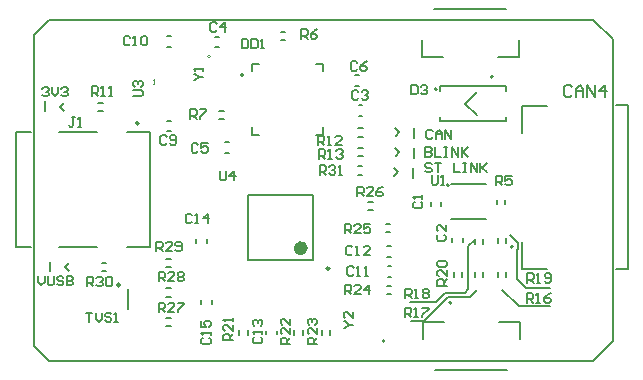
<source format=gto>
G04*
G04 #@! TF.GenerationSoftware,Altium Limited,Altium Designer,21.6.1 (37)*
G04*
G04 Layer_Color=65535*
%FSLAX44Y44*%
%MOMM*%
G71*
G04*
G04 #@! TF.SameCoordinates,80CD90C7-EF89-49D6-8F08-8DFBB554F116*
G04*
G04*
G04 #@! TF.FilePolarity,Positive*
G04*
G01*
G75*
%ADD10C,0.2000*%
%ADD11C,0.0000*%
%ADD12C,0.1524*%
%ADD13C,0.6000*%
%ADD14C,0.2500*%
%ADD15C,0.1270*%
%ADD16C,0.1800*%
D10*
X387000Y77750D02*
G03*
X387000Y77750I-1000J0D01*
G01*
X370000Y221750D02*
G03*
X370000Y221750I-1000J0D01*
G01*
X334750Y30250D02*
G03*
X334750Y30250I-1000J0D01*
G01*
X322500Y211000D02*
G03*
X322500Y211000I-1000J0D01*
G01*
X332720Y129970D02*
G03*
X332720Y129970I-1000J0D01*
G01*
X70350Y182500D02*
G03*
X70350Y182500I-1500J0D01*
G01*
X350500Y35250D02*
X356250Y41000D01*
X332000Y35250D02*
X350500D01*
X312000Y15250D02*
X332000Y35250D01*
X300750Y15250D02*
X312000D01*
X349250Y78000D02*
X354500Y83250D01*
X349250Y41750D02*
Y78000D01*
X346250Y38750D02*
X349250Y41750D01*
X329500Y38750D02*
X346250D01*
X321500Y30750D02*
X329500Y38750D01*
X300000Y30750D02*
X321500D01*
X377750Y41250D02*
X391750Y27250D01*
X418500D01*
X384500Y87500D02*
X391000Y81000D01*
Y76250D02*
Y81000D01*
X390500Y50250D02*
Y76000D01*
Y50250D02*
X398000Y42750D01*
X418000D01*
X455000Y270000D02*
X471750Y253250D01*
Y-2000D02*
Y253250D01*
X454500Y-19250D02*
X471750Y-2000D01*
X-6000Y-19250D02*
X454500D01*
X-19000Y-6250D02*
X-6000Y-19250D01*
X-19000Y-6250D02*
Y256750D01*
X-5750Y270000D01*
X455250Y270000D01*
X138000Y192750D02*
X142000D01*
X138000Y185750D02*
X142000D01*
X346500Y198750D02*
X356250Y208500D01*
X346500Y198750D02*
X356250Y189000D01*
X303500Y153250D02*
Y161500D01*
X287500Y154500D02*
X290750Y157750D01*
X287375Y161125D02*
X290750Y157750D01*
X255750Y154500D02*
X259750D01*
X255750Y161500D02*
X259750D01*
X255750Y171000D02*
X259750D01*
X255750Y178000D02*
X259750D01*
X303500Y170250D02*
Y178500D01*
X287500Y171500D02*
X290750Y174750D01*
X287375Y178125D02*
X290750Y174750D01*
X264250Y108750D02*
X268250D01*
X264250Y115750D02*
X268250D01*
X279250Y97000D02*
X283250D01*
X279250Y90000D02*
X283250D01*
X280000Y44500D02*
X284000D01*
X280000Y37500D02*
X284000D01*
X-9500Y192500D02*
Y200750D01*
X3250Y196250D02*
X6500Y199500D01*
X3250Y196250D02*
X6625Y192875D01*
X35750Y199750D02*
X39750D01*
X35750Y192750D02*
X39750D01*
X380500Y113750D02*
Y117750D01*
X373500Y113750D02*
Y117750D01*
X190250Y253000D02*
X194250D01*
X190250Y260000D02*
X194250D01*
X374250Y52500D02*
Y56500D01*
X381250Y52500D02*
Y56500D01*
X354500Y52000D02*
Y56000D01*
X361500Y52000D02*
Y56000D01*
X354500Y80500D02*
Y84500D01*
X361500Y80500D02*
Y84500D01*
X381000Y80750D02*
Y84750D01*
X374000Y80750D02*
Y84750D01*
X344000Y52000D02*
Y56000D01*
X337000Y52000D02*
Y56000D01*
X232250Y3250D02*
Y7250D01*
X225250Y3250D02*
Y7250D01*
X208917Y3250D02*
Y7250D01*
X201916Y3250D02*
Y7250D01*
X162250Y3250D02*
Y7250D01*
X155250Y3250D02*
Y7250D01*
X162250Y121500D02*
X217250D01*
X162250Y66500D02*
X217250D01*
X162250D02*
Y121500D01*
X217250Y66500D02*
Y121500D01*
X286125Y144125D02*
X289500Y140750D01*
X286250Y137500D02*
X289500Y140750D01*
X302250Y136250D02*
Y144500D01*
X255500Y145750D02*
X259500D01*
X255500Y138750D02*
X259500D01*
X93000Y67500D02*
X97000D01*
X93000Y60500D02*
X97000D01*
X38750Y57250D02*
X42750D01*
X38750Y64250D02*
X42750D01*
X8000Y60750D02*
X11375Y57375D01*
X8000Y60750D02*
X11250Y64000D01*
X-4750Y57000D02*
Y65250D01*
X93000Y42500D02*
X97000D01*
X93000Y35500D02*
X97000D01*
X93250Y17750D02*
X97250D01*
X93250Y10750D02*
X97250D01*
X61000Y25000D02*
Y42000D01*
Y25000D02*
Y42000D01*
X166000Y226750D02*
Y232750D01*
X172000D01*
X220000D02*
X226000D01*
Y226750D02*
Y232750D01*
X166000Y172750D02*
Y178750D01*
Y172750D02*
X172000D01*
X220000D02*
X226000D01*
Y178750D01*
D11*
X278770Y-2000D02*
G03*
X278770Y-2000I-1270J0D01*
G01*
X131020Y238750D02*
G03*
X131020Y238750I-1270J0D01*
G01*
D12*
X83307Y215222D02*
G03*
X83307Y218778I-2276J1778D01*
G01*
Y215222D02*
G03*
X83307Y218778I-2276J1778D01*
G01*
D13*
X210250Y76500D02*
G03*
X210250Y76500I-3000J0D01*
G01*
D14*
X231500Y59500D02*
G03*
X231500Y59500I-1250J0D01*
G01*
X54250Y45500D02*
G03*
X54250Y45500I-1250J0D01*
G01*
D15*
X158840Y223330D02*
G03*
X158840Y223330I-1270J0D01*
G01*
X94000Y175500D02*
X97000D01*
X94000Y184500D02*
X97000D01*
X395000Y196750D02*
X416000D01*
X395000Y174251D02*
Y196750D01*
X394500Y59250D02*
X415500D01*
X394500D02*
Y81750D01*
X474501Y58750D02*
X484000D01*
X483500Y197750D02*
X484000Y197250D01*
X474501Y197750D02*
X483500D01*
X484000Y58750D02*
Y197250D01*
X392251Y238250D02*
Y252450D01*
X374600Y238250D02*
X392251D01*
X309750D02*
Y252550D01*
Y238250D02*
X327400D01*
X320500Y278750D02*
X381400D01*
X310500Y-450D02*
Y13750D01*
X328150D01*
X393000Y-550D02*
Y13750D01*
X375350D02*
X393000D01*
X321350Y-26750D02*
X382250D01*
X324750Y184000D02*
Y187750D01*
Y184000D02*
X380750D01*
Y187750D01*
Y209750D02*
Y213500D01*
X324750D02*
X380750D01*
X324750Y209750D02*
Y213500D01*
X256500Y188500D02*
X259500D01*
X256500Y197500D02*
X259500D01*
X280500Y78250D02*
X283500D01*
X280500Y69250D02*
X283500D01*
X280750Y61500D02*
X283750D01*
X280750Y52500D02*
X283750D01*
X143250Y166250D02*
X146250D01*
X143250Y157250D02*
X146250D01*
X134750Y255750D02*
X137750D01*
X134750Y246750D02*
X137750D01*
X94000Y247250D02*
X97000D01*
X94000Y256250D02*
X97000D01*
X335500Y81750D02*
Y84750D01*
X344500Y81750D02*
Y84750D01*
X334500Y131000D02*
X364501D01*
X334500Y101000D02*
X364501D01*
X253250Y214250D02*
X256250D01*
X253250Y223250D02*
X256250D01*
X326250Y112500D02*
Y115500D01*
X317250Y112500D02*
Y115500D01*
X187083Y3750D02*
Y6750D01*
X178084Y3750D02*
Y6750D01*
X131750Y29500D02*
Y32500D01*
X122750Y29500D02*
Y32500D01*
X118750Y81000D02*
Y84000D01*
X127750Y81000D02*
Y84000D01*
X-33750Y77800D02*
X-21250D01*
X-33750D02*
Y174800D01*
X-21250D01*
X2250D02*
X34750D01*
X2250Y77800D02*
X34750D01*
X59750Y174800D02*
X79250D01*
X59750Y77800D02*
X79250D01*
Y174800D01*
D16*
X301000Y214747D02*
Y206750D01*
X304999D01*
X306332Y208083D01*
Y213415D01*
X304999Y214747D01*
X301000D01*
X308997Y213415D02*
X310330Y214747D01*
X312996D01*
X314329Y213415D01*
Y212082D01*
X312996Y210749D01*
X311663D01*
X312996D01*
X314329Y209416D01*
Y208083D01*
X312996Y206750D01*
X310330D01*
X308997Y208083D01*
X85000Y74000D02*
Y81997D01*
X88999D01*
X90332Y80665D01*
Y77999D01*
X88999Y76666D01*
X85000D01*
X87666D02*
X90332Y74000D01*
X98329D02*
X92997D01*
X98329Y79332D01*
Y80665D01*
X96996Y81997D01*
X94330D01*
X92997Y80665D01*
X100995Y75333D02*
X102328Y74000D01*
X104993D01*
X106326Y75333D01*
Y80665D01*
X104993Y81997D01*
X102328D01*
X100995Y80665D01*
Y79332D01*
X102328Y77999D01*
X106326D01*
X221000Y-4500D02*
X213003D01*
Y-501D01*
X214335Y832D01*
X217001D01*
X218334Y-501D01*
Y-4500D01*
Y-1834D02*
X221000Y832D01*
Y8829D02*
Y3497D01*
X215668Y8829D01*
X214335D01*
X213003Y7496D01*
Y4830D01*
X214335Y3497D01*
Y11495D02*
X213003Y12828D01*
Y15494D01*
X214335Y16826D01*
X215668D01*
X217001Y15494D01*
Y14161D01*
Y15494D01*
X218334Y16826D01*
X219667D01*
X221000Y15494D01*
Y12828D01*
X219667Y11495D01*
X198250Y-4500D02*
X190253D01*
Y-501D01*
X191586Y832D01*
X194251D01*
X195584Y-501D01*
Y-4500D01*
Y-1834D02*
X198250Y832D01*
Y8829D02*
Y3497D01*
X192918Y8829D01*
X191586D01*
X190253Y7496D01*
Y4830D01*
X191586Y3497D01*
X198250Y16826D02*
Y11495D01*
X192918Y16826D01*
X191586D01*
X190253Y15494D01*
Y12828D01*
X191586Y11495D01*
X243753Y9250D02*
X245086D01*
X247751Y11916D01*
X245086Y14582D01*
X243753D01*
X247751Y11916D02*
X251750D01*
Y22579D02*
Y17247D01*
X246418Y22579D01*
X245086D01*
X243753Y21246D01*
Y18580D01*
X245086Y17247D01*
X138750Y141997D02*
Y135333D01*
X140083Y134000D01*
X142749D01*
X144082Y135333D01*
Y141997D01*
X150746Y134000D02*
Y141997D01*
X146747Y137999D01*
X152079D01*
X25500Y21997D02*
X30832D01*
X28166D01*
Y14000D01*
X33497Y21997D02*
Y16666D01*
X36163Y14000D01*
X38829Y16666D01*
Y21997D01*
X46826Y20665D02*
X45494Y21997D01*
X42828D01*
X41495Y20665D01*
Y19332D01*
X42828Y17999D01*
X45494D01*
X46826Y16666D01*
Y15333D01*
X45494Y14000D01*
X42828D01*
X41495Y15333D01*
X49492Y14000D02*
X52158D01*
X50825D01*
Y21997D01*
X49492Y20665D01*
X149750Y-1500D02*
X141753D01*
Y2499D01*
X143085Y3832D01*
X145751D01*
X147084Y2499D01*
Y-1500D01*
Y1166D02*
X149750Y3832D01*
Y11829D02*
Y6497D01*
X144418Y11829D01*
X143085D01*
X141753Y10496D01*
Y7830D01*
X143085Y6497D01*
X149750Y14495D02*
Y17161D01*
Y15828D01*
X141753D01*
X143085Y14495D01*
X223250Y138750D02*
Y146747D01*
X227249D01*
X228582Y145414D01*
Y142749D01*
X227249Y141416D01*
X223250D01*
X225916D02*
X228582Y138750D01*
X231247Y145414D02*
X232580Y146747D01*
X235246D01*
X236579Y145414D01*
Y144082D01*
X235246Y142749D01*
X233913D01*
X235246D01*
X236579Y141416D01*
Y140083D01*
X235246Y138750D01*
X232580D01*
X231247Y140083D01*
X239245Y138750D02*
X241911D01*
X240578D01*
Y146747D01*
X239245Y145414D01*
X398750Y30500D02*
Y38497D01*
X402749D01*
X404082Y37164D01*
Y34499D01*
X402749Y33166D01*
X398750D01*
X401416D02*
X404082Y30500D01*
X406747D02*
X409413D01*
X408080D01*
Y38497D01*
X406747Y37164D01*
X418744Y38497D02*
X416078Y37164D01*
X413412Y34499D01*
Y31833D01*
X414745Y30500D01*
X417411D01*
X418744Y31833D01*
Y33166D01*
X417411Y34499D01*
X413412D01*
X295500Y18250D02*
Y26247D01*
X299499D01*
X300832Y24915D01*
Y22249D01*
X299499Y20916D01*
X295500D01*
X298166D02*
X300832Y18250D01*
X303497D02*
X306163D01*
X304830D01*
Y26247D01*
X303497Y24915D01*
X310162Y26247D02*
X315494D01*
Y24915D01*
X310162Y19583D01*
Y18250D01*
X295750Y34250D02*
Y42247D01*
X299749D01*
X301082Y40915D01*
Y38249D01*
X299749Y36916D01*
X295750D01*
X298416D02*
X301082Y34250D01*
X303747D02*
X306413D01*
X305080D01*
Y42247D01*
X303747Y40915D01*
X310412D02*
X311745Y42247D01*
X314411D01*
X315744Y40915D01*
Y39582D01*
X314411Y38249D01*
X315744Y36916D01*
Y35583D01*
X314411Y34250D01*
X311745D01*
X310412Y35583D01*
Y36916D01*
X311745Y38249D01*
X310412Y39582D01*
Y40915D01*
X311745Y38249D02*
X314411D01*
X331000Y44750D02*
X323003D01*
Y48749D01*
X324336Y50082D01*
X327001D01*
X328334Y48749D01*
Y44750D01*
Y47416D02*
X331000Y50082D01*
Y58079D02*
Y52747D01*
X325668Y58079D01*
X324336D01*
X323003Y56746D01*
Y54080D01*
X324336Y52747D01*
Y60745D02*
X323003Y62078D01*
Y64744D01*
X324336Y66076D01*
X329667D01*
X331000Y64744D01*
Y62078D01*
X329667Y60745D01*
X324336D01*
X399000Y47250D02*
Y55247D01*
X402999D01*
X404332Y53914D01*
Y51249D01*
X402999Y49916D01*
X399000D01*
X401666D02*
X404332Y47250D01*
X406997D02*
X409663D01*
X408330D01*
Y55247D01*
X406997Y53914D01*
X413662Y48583D02*
X414995Y47250D01*
X417661D01*
X418993Y48583D01*
Y53914D01*
X417661Y55247D01*
X414995D01*
X413662Y53914D01*
Y52582D01*
X414995Y51249D01*
X418993D01*
X87000Y48500D02*
Y56498D01*
X90999D01*
X92332Y55165D01*
Y52499D01*
X90999Y51166D01*
X87000D01*
X89666D02*
X92332Y48500D01*
X100329D02*
X94997D01*
X100329Y53832D01*
Y55165D01*
X98996Y56498D01*
X96330D01*
X94997Y55165D01*
X102995D02*
X104328Y56498D01*
X106994D01*
X108326Y55165D01*
Y53832D01*
X106994Y52499D01*
X108326Y51166D01*
Y49833D01*
X106994Y48500D01*
X104328D01*
X102995Y49833D01*
Y51166D01*
X104328Y52499D01*
X102995Y53832D01*
Y55165D01*
X104328Y52499D02*
X106994D01*
X87000Y22500D02*
Y30497D01*
X90999D01*
X92332Y29165D01*
Y26499D01*
X90999Y25166D01*
X87000D01*
X89666D02*
X92332Y22500D01*
X100329D02*
X94997D01*
X100329Y27832D01*
Y29165D01*
X98996Y30497D01*
X96330D01*
X94997Y29165D01*
X102995Y30497D02*
X108327D01*
Y29165D01*
X102995Y23833D01*
Y22500D01*
X26250Y44250D02*
Y52247D01*
X30249D01*
X31582Y50915D01*
Y48249D01*
X30249Y46916D01*
X26250D01*
X28916D02*
X31582Y44250D01*
X34247Y50915D02*
X35580Y52247D01*
X38246D01*
X39579Y50915D01*
Y49582D01*
X38246Y48249D01*
X36913D01*
X38246D01*
X39579Y46916D01*
Y45583D01*
X38246Y44250D01*
X35580D01*
X34247Y45583D01*
X42245Y50915D02*
X43578Y52247D01*
X46244D01*
X47576Y50915D01*
Y45583D01*
X46244Y44250D01*
X43578D01*
X42245Y45583D01*
Y50915D01*
X255250Y120500D02*
Y128497D01*
X259249D01*
X260582Y127164D01*
Y124499D01*
X259249Y123166D01*
X255250D01*
X257916D02*
X260582Y120500D01*
X268579D02*
X263247D01*
X268579Y125832D01*
Y127164D01*
X267246Y128497D01*
X264580D01*
X263247Y127164D01*
X276576Y128497D02*
X273911Y127164D01*
X271245Y124499D01*
Y121833D01*
X272578Y120500D01*
X275244D01*
X276576Y121833D01*
Y123166D01*
X275244Y124499D01*
X271245D01*
X244750Y89000D02*
Y96997D01*
X248749D01*
X250082Y95665D01*
Y92999D01*
X248749Y91666D01*
X244750D01*
X247416D02*
X250082Y89000D01*
X258079D02*
X252747D01*
X258079Y94332D01*
Y95665D01*
X256746Y96997D01*
X254080D01*
X252747Y95665D01*
X266077Y96997D02*
X260745D01*
Y92999D01*
X263411Y94332D01*
X264744D01*
X266077Y92999D01*
Y90333D01*
X264744Y89000D01*
X262078D01*
X260745Y90333D01*
X244750Y37500D02*
Y45497D01*
X248749D01*
X250082Y44165D01*
Y41499D01*
X248749Y40166D01*
X244750D01*
X247416D02*
X250082Y37500D01*
X258079D02*
X252747D01*
X258079Y42832D01*
Y44165D01*
X256746Y45497D01*
X254080D01*
X252747Y44165D01*
X264744Y37500D02*
Y45497D01*
X260745Y41499D01*
X266077D01*
X318082Y147415D02*
X316749Y148747D01*
X314083D01*
X312750Y147415D01*
Y146082D01*
X314083Y144749D01*
X316749D01*
X318082Y143416D01*
Y142083D01*
X316749Y140750D01*
X314083D01*
X312750Y142083D01*
X320747Y148747D02*
X326079D01*
X323413D01*
Y140750D01*
X336742Y148747D02*
Y140750D01*
X342074D01*
X344740Y148747D02*
X347406D01*
X346073D01*
Y140750D01*
X344740D01*
X347406D01*
X351404D02*
Y148747D01*
X356736Y140750D01*
Y148747D01*
X359402D02*
Y140750D01*
Y143416D01*
X364733Y148747D01*
X360734Y144749D01*
X364733Y140750D01*
X-15000Y52997D02*
Y47666D01*
X-12334Y45000D01*
X-9668Y47666D01*
Y52997D01*
X-7003D02*
Y46333D01*
X-5670Y45000D01*
X-3004D01*
X-1671Y46333D01*
Y52997D01*
X6327Y51665D02*
X4994Y52997D01*
X2328D01*
X995Y51665D01*
Y50332D01*
X2328Y48999D01*
X4994D01*
X6327Y47666D01*
Y46333D01*
X4994Y45000D01*
X2328D01*
X995Y46333D01*
X8992Y52997D02*
Y45000D01*
X12991D01*
X14324Y46333D01*
Y47666D01*
X12991Y48999D01*
X8992D01*
X12991D01*
X14324Y50332D01*
Y51665D01*
X12991Y52997D01*
X8992D01*
X252082Y59914D02*
X250749Y61247D01*
X248083D01*
X246750Y59914D01*
Y54583D01*
X248083Y53250D01*
X250749D01*
X252082Y54583D01*
X254747Y53250D02*
X257413D01*
X256080D01*
Y61247D01*
X254747Y59914D01*
X261412Y53250D02*
X264078D01*
X262745D01*
Y61247D01*
X261412Y59914D01*
X124335Y582D02*
X123003Y-751D01*
Y-3417D01*
X124335Y-4750D01*
X129667D01*
X131000Y-3417D01*
Y-751D01*
X129667Y582D01*
X131000Y3247D02*
Y5913D01*
Y4580D01*
X123003D01*
X124335Y3247D01*
X123003Y15244D02*
Y9912D01*
X127001D01*
X125668Y12578D01*
Y13911D01*
X127001Y15244D01*
X129667D01*
X131000Y13911D01*
Y11245D01*
X129667Y9912D01*
X115082Y104415D02*
X113749Y105747D01*
X111083D01*
X109750Y104415D01*
Y99083D01*
X111083Y97750D01*
X113749D01*
X115082Y99083D01*
X117747Y97750D02*
X120413D01*
X119080D01*
Y105747D01*
X117747Y104415D01*
X128411Y97750D02*
Y105747D01*
X124412Y101749D01*
X129744D01*
X168085Y1332D02*
X166753Y-1D01*
Y-2667D01*
X168085Y-4000D01*
X173417D01*
X174750Y-2667D01*
Y-1D01*
X173417Y1332D01*
X174750Y3997D02*
Y6663D01*
Y5330D01*
X166753D01*
X168085Y3997D01*
Y10662D02*
X166753Y11995D01*
Y14661D01*
X168085Y15994D01*
X169418D01*
X170751Y14661D01*
Y13328D01*
Y14661D01*
X172084Y15994D01*
X173417D01*
X174750Y14661D01*
Y11995D01*
X173417Y10662D01*
X251082Y77165D02*
X249749Y78497D01*
X247083D01*
X245750Y77165D01*
Y71833D01*
X247083Y70500D01*
X249749D01*
X251082Y71833D01*
X253747Y70500D02*
X256413D01*
X255080D01*
Y78497D01*
X253747Y77165D01*
X265744Y70500D02*
X260412D01*
X265744Y75832D01*
Y77165D01*
X264411Y78497D01*
X261745D01*
X260412Y77165D01*
X222000Y163750D02*
Y171747D01*
X225999D01*
X227332Y170415D01*
Y167749D01*
X225999Y166416D01*
X222000D01*
X224666D02*
X227332Y163750D01*
X229997D02*
X232663D01*
X231330D01*
Y171747D01*
X229997Y170415D01*
X241994Y163750D02*
X236662D01*
X241994Y169082D01*
Y170415D01*
X240661Y171747D01*
X237995D01*
X236662Y170415D01*
X30500Y205500D02*
Y213497D01*
X34499D01*
X35832Y212164D01*
Y209499D01*
X34499Y208166D01*
X30500D01*
X33166D02*
X35832Y205500D01*
X38497D02*
X41163D01*
X39830D01*
Y213497D01*
X38497Y212164D01*
X45162Y205500D02*
X47828D01*
X46495D01*
Y213497D01*
X45162Y212164D01*
X-11500Y211665D02*
X-10167Y212997D01*
X-7501D01*
X-6168Y211665D01*
Y210332D01*
X-7501Y208999D01*
X-8834D01*
X-7501D01*
X-6168Y207666D01*
Y206333D01*
X-7501Y205000D01*
X-10167D01*
X-11500Y206333D01*
X-3503Y212997D02*
Y207666D01*
X-837Y205000D01*
X1829Y207666D01*
Y212997D01*
X4495Y211665D02*
X5828Y212997D01*
X8494D01*
X9826Y211665D01*
Y210332D01*
X8494Y208999D01*
X7161D01*
X8494D01*
X9826Y207666D01*
Y206333D01*
X8494Y205000D01*
X5828D01*
X4495Y206333D01*
X318832Y175665D02*
X317499Y176997D01*
X314833D01*
X313500Y175665D01*
Y170333D01*
X314833Y169000D01*
X317499D01*
X318832Y170333D01*
X321497Y169000D02*
Y174332D01*
X324163Y176997D01*
X326829Y174332D01*
Y169000D01*
Y172999D01*
X321497D01*
X329495Y169000D02*
Y176997D01*
X334827Y169000D01*
Y176997D01*
X116752Y218750D02*
X118085D01*
X120751Y221416D01*
X118085Y224082D01*
X116752D01*
X120751Y221416D02*
X124750D01*
Y226748D02*
Y229414D01*
Y228081D01*
X116752D01*
X118085Y226748D01*
X65503Y205000D02*
X72167D01*
X73500Y206333D01*
Y208999D01*
X72167Y210332D01*
X65503D01*
X66835Y212997D02*
X65503Y214330D01*
Y216996D01*
X66835Y218329D01*
X68168D01*
X69501Y216996D01*
Y215663D01*
Y216996D01*
X70834Y218329D01*
X72167D01*
X73500Y216996D01*
Y214330D01*
X72167Y212997D01*
X318000Y138247D02*
Y131583D01*
X319333Y130250D01*
X321999D01*
X323332Y131583D01*
Y138247D01*
X325997Y130250D02*
X328663D01*
X327330D01*
Y138247D01*
X325997Y136915D01*
X222750Y152250D02*
Y160247D01*
X226749D01*
X228082Y158914D01*
Y156249D01*
X226749Y154916D01*
X222750D01*
X225416D02*
X228082Y152250D01*
X230747D02*
X233413D01*
X232080D01*
Y160247D01*
X230747Y158914D01*
X237412D02*
X238745Y160247D01*
X241411D01*
X242744Y158914D01*
Y157582D01*
X241411Y156249D01*
X240078D01*
X241411D01*
X242744Y154916D01*
Y153583D01*
X241411Y152250D01*
X238745D01*
X237412Y153583D01*
X113750Y186000D02*
Y193997D01*
X117749D01*
X119082Y192665D01*
Y189999D01*
X117749Y188666D01*
X113750D01*
X116416D02*
X119082Y186000D01*
X121747Y193997D02*
X127079D01*
Y192665D01*
X121747Y187333D01*
Y186000D01*
X207750Y253750D02*
Y261747D01*
X211749D01*
X213082Y260415D01*
Y257749D01*
X211749Y256416D01*
X207750D01*
X210416D02*
X213082Y253750D01*
X221079Y261747D02*
X218413Y260415D01*
X215747Y257749D01*
Y255083D01*
X217080Y253750D01*
X219746D01*
X221079Y255083D01*
Y256416D01*
X219746Y257749D01*
X215747D01*
X372500Y129750D02*
Y137747D01*
X376499D01*
X377832Y136414D01*
Y133749D01*
X376499Y132416D01*
X372500D01*
X375166D02*
X377832Y129750D01*
X385829Y137747D02*
X380497D01*
Y133749D01*
X383163Y135082D01*
X384496D01*
X385829Y133749D01*
Y131083D01*
X384496Y129750D01*
X381830D01*
X380497Y131083D01*
X312750Y161997D02*
Y154000D01*
X316749D01*
X318082Y155333D01*
Y156666D01*
X316749Y157999D01*
X312750D01*
X316749D01*
X318082Y159332D01*
Y160665D01*
X316749Y161997D01*
X312750D01*
X320747D02*
Y154000D01*
X326079D01*
X328745Y161997D02*
X331411D01*
X330078D01*
Y154000D01*
X328745D01*
X331411D01*
X335409D02*
Y161997D01*
X340741Y154000D01*
Y161997D01*
X343407D02*
Y154000D01*
Y156666D01*
X348738Y161997D01*
X344740Y157999D01*
X348738Y154000D01*
X16082Y187247D02*
X13416D01*
X14749D01*
Y180583D01*
X13416Y179250D01*
X12083D01*
X10750Y180583D01*
X18747Y179250D02*
X21413D01*
X20080D01*
Y187247D01*
X18747Y185914D01*
X157410Y253667D02*
Y245670D01*
X161409D01*
X162742Y247003D01*
Y252334D01*
X161409Y253667D01*
X157410D01*
X165407D02*
Y245670D01*
X169406D01*
X170739Y247003D01*
Y252334D01*
X169406Y253667D01*
X165407D01*
X173405Y245670D02*
X176071D01*
X174738D01*
Y253667D01*
X173405Y252334D01*
X436665Y212831D02*
X434998Y214497D01*
X431666D01*
X430000Y212831D01*
Y206166D01*
X431666Y204500D01*
X434998D01*
X436665Y206166D01*
X439997Y204500D02*
Y211164D01*
X443329Y214497D01*
X446661Y211164D01*
Y204500D01*
Y209498D01*
X439997D01*
X449994Y204500D02*
Y214497D01*
X456658Y204500D01*
Y214497D01*
X464989Y204500D02*
Y214497D01*
X459990Y209498D01*
X466655D01*
X62832Y254914D02*
X61499Y256247D01*
X58833D01*
X57500Y254914D01*
Y249583D01*
X58833Y248250D01*
X61499D01*
X62832Y249583D01*
X65497Y248250D02*
X68163D01*
X66830D01*
Y256247D01*
X65497Y254914D01*
X72162D02*
X73495Y256247D01*
X76161D01*
X77494Y254914D01*
Y249583D01*
X76161Y248250D01*
X73495D01*
X72162Y249583D01*
Y254914D01*
X93832Y170914D02*
X92499Y172247D01*
X89833D01*
X88500Y170914D01*
Y165583D01*
X89833Y164250D01*
X92499D01*
X93832Y165583D01*
X96497D02*
X97830Y164250D01*
X100496D01*
X101829Y165583D01*
Y170914D01*
X100496Y172247D01*
X97830D01*
X96497Y170914D01*
Y169582D01*
X97830Y168249D01*
X101829D01*
X255082Y233414D02*
X253749Y234747D01*
X251083D01*
X249750Y233414D01*
Y228083D01*
X251083Y226750D01*
X253749D01*
X255082Y228083D01*
X263079Y234747D02*
X260413Y233414D01*
X257747Y230749D01*
Y228083D01*
X259080Y226750D01*
X261746D01*
X263079Y228083D01*
Y229416D01*
X261746Y230749D01*
X257747D01*
X120331Y164165D02*
X118999Y165497D01*
X116333D01*
X115000Y164165D01*
Y158833D01*
X116333Y157500D01*
X118999D01*
X120331Y158833D01*
X128329Y165497D02*
X122997D01*
Y161499D01*
X125663Y162832D01*
X126996D01*
X128329Y161499D01*
Y158833D01*
X126996Y157500D01*
X124330D01*
X122997Y158833D01*
X136082Y266415D02*
X134749Y267747D01*
X132083D01*
X130750Y266415D01*
Y261083D01*
X132083Y259750D01*
X134749D01*
X136082Y261083D01*
X142746Y259750D02*
Y267747D01*
X138747Y263749D01*
X144079D01*
X256082Y208915D02*
X254749Y210247D01*
X252083D01*
X250750Y208915D01*
Y203583D01*
X252083Y202250D01*
X254749D01*
X256082Y203583D01*
X258747Y208915D02*
X260080Y210247D01*
X262746D01*
X264079Y208915D01*
Y207582D01*
X262746Y206249D01*
X261413D01*
X262746D01*
X264079Y204916D01*
Y203583D01*
X262746Y202250D01*
X260080D01*
X258747Y203583D01*
X323586Y88082D02*
X322253Y86749D01*
Y84083D01*
X323586Y82750D01*
X328917D01*
X330250Y84083D01*
Y86749D01*
X328917Y88082D01*
X330250Y96079D02*
Y90747D01*
X324918Y96079D01*
X323586D01*
X322253Y94746D01*
Y92080D01*
X323586Y90747D01*
X303585Y115832D02*
X302253Y114499D01*
Y111833D01*
X303585Y110500D01*
X308917D01*
X310250Y111833D01*
Y114499D01*
X308917Y115832D01*
X310250Y118497D02*
Y121163D01*
Y119830D01*
X302253D01*
X303585Y118497D01*
M02*

</source>
